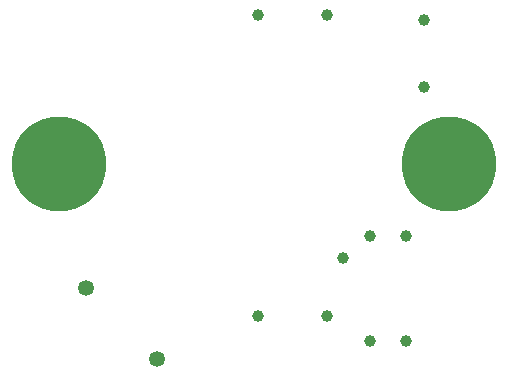
<source format=gtl>
G04*
G04 #@! TF.GenerationSoftware,Altium Limited,Altium Designer,20.1.8 (145)*
G04*
G04 Layer_Physical_Order=1*
G04 Layer_Color=255*
%FSTAX43Y43*%
%MOMM*%
G71*
G04*
G04 #@! TF.SameCoordinates,6ED4BD64-6867-458A-972A-B64AF4BAC6AD*
G04*
G04*
G04 #@! TF.FilePolarity,Positive*
G04*
G01*
G75*
%ADD16C,1.000*%
%ADD17C,1.350*%
%ADD18C,8.000*%
D16*
X0107475Y0067025D02*
D03*
X0106175Y0062164D02*
D03*
X0100325D02*
D03*
X0114375Y0081525D02*
D03*
Y0087175D02*
D03*
X0100325Y0087675D02*
D03*
X0112875Y0068888D02*
D03*
X0109825D02*
D03*
X0112875Y0060012D02*
D03*
X0109825D02*
D03*
X0106175Y0087675D02*
D03*
D17*
X0091743Y0058504D02*
D03*
X0085755Y0064484D02*
D03*
D18*
X00835Y0075D02*
D03*
X01165D02*
D03*
M02*

</source>
